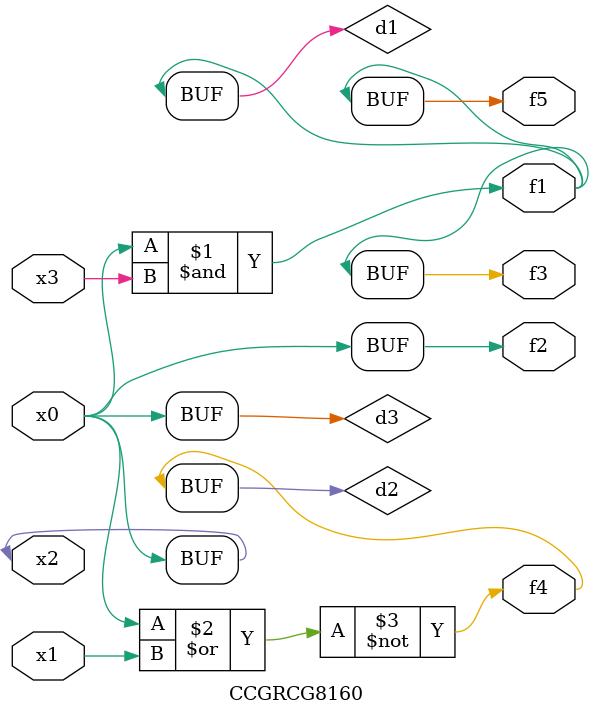
<source format=v>
module CCGRCG8160(
	input x0, x1, x2, x3,
	output f1, f2, f3, f4, f5
);

	wire d1, d2, d3;

	and (d1, x2, x3);
	nor (d2, x0, x1);
	buf (d3, x0, x2);
	assign f1 = d1;
	assign f2 = d3;
	assign f3 = d1;
	assign f4 = d2;
	assign f5 = d1;
endmodule

</source>
